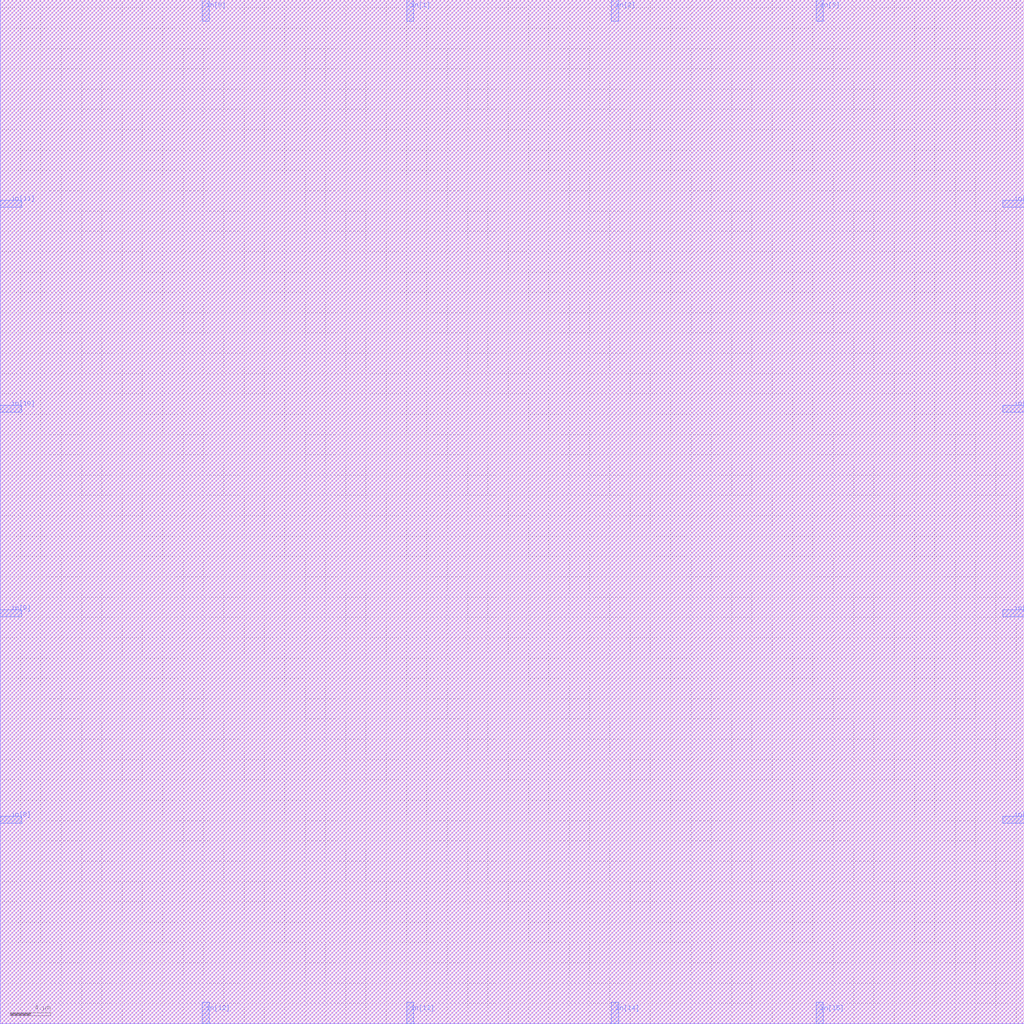
<source format=lef>
VERSION 5.8 ;
BUSBITCHARS "[]" ;
DIVIDERCHAR "/"  ;
UNITS
  DATABASE MICRONS 2000 ;
END UNITS

MACRO test
  FOREIGN test ;


  SIZE 100.8 BY 100.8 ;
  CLASS BLOCK ;
  PIN in[0]
    DIRECTION inout ;
    USE signal ;
    SHAPE ABUTMENT ;
    PORT
      LAYER metal3 ;
      RECT 19.884999999999998
           98.7
           20.585
           100.8 ;
    END
  END in[0]
  PIN in[1]
    DIRECTION inout ;
    USE signal ;
    SHAPE ABUTMENT ;
    PORT
      LAYER metal3 ;
      RECT 40.025
           98.7
           40.725
           100.8 ;
    END
  END in[1]
  PIN in[2]
    DIRECTION inout ;
    USE signal ;
    SHAPE ABUTMENT ;
    PORT
      LAYER metal3 ;
      RECT 60.165
           98.7
           60.865
           100.8 ;
    END
  END in[2]
  PIN in[3]
    DIRECTION inout ;
    USE signal ;
    SHAPE ABUTMENT ;
    PORT
      LAYER metal3 ;
      RECT 80.305
           98.7
           81.005
           100.8 ;
    END
  END in[3]
  PIN in[4]
    DIRECTION inout ;
    USE signal ;
    SHAPE ABUTMENT ;
    PORT
      LAYER metal3 ;
      RECT 98.7
           19.740000000000002
           100.8
           20.440000000000005 ;
    END
  END in[4]
  PIN in[5]
    DIRECTION inout ;
    USE signal ;
    SHAPE ABUTMENT ;
    PORT
      LAYER metal3 ;
      RECT 98.7
           40.040000000000006
           100.8
           40.74000000000001 ;
    END
  END in[5]
  PIN in[6]
    DIRECTION inout ;
    USE signal ;
    SHAPE ABUTMENT ;
    PORT
      LAYER metal3 ;
      RECT 98.7
           60.2
           100.8
           60.900000000000006 ;
    END
  END in[6]
  PIN in[7]
    DIRECTION inout ;
    USE signal ;
    SHAPE ABUTMENT ;
    PORT
      LAYER metal3 ;
      RECT 98.7
           80.36000000000001
           100.8
           81.06 ;
    END
  END in[7]
  PIN in[8]
    DIRECTION inout ;
    USE signal ;
    SHAPE ABUTMENT ;
    PORT
      LAYER metal3 ;
      RECT 0.0
           19.740000000000002
           2.1
           20.440000000000005 ;
    END
  END in[8]
  PIN in[9]
    DIRECTION inout ;
    USE signal ;
    SHAPE ABUTMENT ;
    PORT
      LAYER metal3 ;
      RECT 0.0
           40.040000000000006
           2.1
           40.74000000000001 ;
    END
  END in[9]
  PIN in[10]
    DIRECTION inout ;
    USE signal ;
    SHAPE ABUTMENT ;
    PORT
      LAYER metal3 ;
      RECT 0.0
           60.2
           2.1
           60.900000000000006 ;
    END
  END in[10]
  PIN in[11]
    DIRECTION inout ;
    USE signal ;
    SHAPE ABUTMENT ;
    PORT
      LAYER metal3 ;
      RECT 0.0
           80.36000000000001
           2.1
           81.06 ;
    END
  END in[11]
  PIN in[12]
    DIRECTION inout ;
    USE signal ;
    SHAPE ABUTMENT ;
    PORT
      LAYER metal3 ;
      RECT 19.884999999999998
           0.0
           20.585
           2.1 ;
    END
  END in[12]
  PIN in[13]
    DIRECTION inout ;
    USE signal ;
    SHAPE ABUTMENT ;
    PORT
      LAYER metal3 ;
      RECT 40.025
           0.0
           40.725
           2.1 ;
    END
  END in[13]
  PIN in[14]
    DIRECTION inout ;
    USE signal ;
    SHAPE ABUTMENT ;
    PORT
      LAYER metal3 ;
      RECT 60.165
           0.0
           60.865
           2.1 ;
    END
  END in[14]
  PIN in[15]
    DIRECTION inout ;
    USE signal ;
    SHAPE ABUTMENT ;
    PORT
      LAYER metal3 ;
      RECT 80.305
           0.0
           81.005
           2.1 ;
    END
  END in[15]

  OBS
    LAYER metal1 ;
    RECT 0
         0
         100.8
         100.8 ;
  END
  OBS
    LAYER metal2 ;
    RECT 0
         0
         100.8
         100.8 ;
  END

END test

END LIBRARY
</source>
